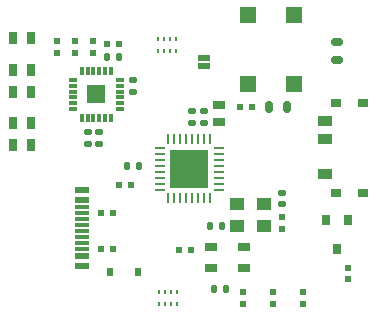
<source format=gtp>
G04*
G04 #@! TF.GenerationSoftware,Altium Limited,Altium Designer,23.8.1 (32)*
G04*
G04 Layer_Color=8421504*
%FSLAX43Y43*%
%MOMM*%
G71*
G04*
G04 #@! TF.SameCoordinates,8A790615-D0E5-43D8-8956-367088579B57*
G04*
G04*
G04 #@! TF.FilePolarity,Positive*
G04*
G01*
G75*
%ADD21R,0.280X0.900*%
%ADD22R,0.900X0.280*%
%ADD23R,3.250X3.250*%
G04:AMPARAMS|DCode=24|XSize=0.5mm|YSize=0.6mm|CornerRadius=0.125mm|HoleSize=0mm|Usage=FLASHONLY|Rotation=0.000|XOffset=0mm|YOffset=0mm|HoleType=Round|Shape=RoundedRectangle|*
%AMROUNDEDRECTD24*
21,1,0.500,0.350,0,0,0.0*
21,1,0.250,0.600,0,0,0.0*
1,1,0.250,0.125,-0.175*
1,1,0.250,-0.125,-0.175*
1,1,0.250,-0.125,0.175*
1,1,0.250,0.125,0.175*
%
%ADD24ROUNDEDRECTD24*%
G04:AMPARAMS|DCode=25|XSize=0.7mm|YSize=1mm|CornerRadius=0.175mm|HoleSize=0mm|Usage=FLASHONLY|Rotation=270.000|XOffset=0mm|YOffset=0mm|HoleType=Round|Shape=RoundedRectangle|*
%AMROUNDEDRECTD25*
21,1,0.700,0.650,0,0,270.0*
21,1,0.350,1.000,0,0,270.0*
1,1,0.350,-0.325,-0.175*
1,1,0.350,-0.325,0.175*
1,1,0.350,0.325,0.175*
1,1,0.350,0.325,-0.175*
%
%ADD25ROUNDEDRECTD25*%
G04:AMPARAMS|DCode=26|XSize=0.5mm|YSize=0.6mm|CornerRadius=0.125mm|HoleSize=0mm|Usage=FLASHONLY|Rotation=270.000|XOffset=0mm|YOffset=0mm|HoleType=Round|Shape=RoundedRectangle|*
%AMROUNDEDRECTD26*
21,1,0.500,0.350,0,0,270.0*
21,1,0.250,0.600,0,0,270.0*
1,1,0.250,-0.175,-0.125*
1,1,0.250,-0.175,0.125*
1,1,0.250,0.175,0.125*
1,1,0.250,0.175,-0.125*
%
%ADD26ROUNDEDRECTD26*%
G04:AMPARAMS|DCode=27|XSize=0.7mm|YSize=1mm|CornerRadius=0.175mm|HoleSize=0mm|Usage=FLASHONLY|Rotation=0.000|XOffset=0mm|YOffset=0mm|HoleType=Round|Shape=RoundedRectangle|*
%AMROUNDEDRECTD27*
21,1,0.700,0.650,0,0,0.0*
21,1,0.350,1.000,0,0,0.0*
1,1,0.350,0.175,-0.325*
1,1,0.350,-0.175,-0.325*
1,1,0.350,-0.175,0.325*
1,1,0.350,0.175,0.325*
%
%ADD27ROUNDEDRECTD27*%
%ADD28R,1.300X1.100*%
%ADD29R,1.150X0.300*%
%ADD30R,1.150X0.600*%
%ADD31R,0.650X0.950*%
%ADD32R,1.000X0.800*%
%ADD33R,0.700X1.000*%
%ADD34R,0.600X0.800*%
%ADD35R,0.930X0.800*%
%ADD36R,1.250X0.900*%
%ADD37R,1.000X0.500*%
%ADD38R,1.400X1.400*%
%ADD39R,0.500X0.600*%
G04:AMPARAMS|DCode=40|XSize=0.25mm|YSize=0.4mm|CornerRadius=0.063mm|HoleSize=0mm|Usage=FLASHONLY|Rotation=0.000|XOffset=0mm|YOffset=0mm|HoleType=Round|Shape=RoundedRectangle|*
%AMROUNDEDRECTD40*
21,1,0.250,0.275,0,0,0.0*
21,1,0.125,0.400,0,0,0.0*
1,1,0.125,0.063,-0.138*
1,1,0.125,-0.063,-0.138*
1,1,0.125,-0.063,0.138*
1,1,0.125,0.063,0.138*
%
%ADD40ROUNDEDRECTD40*%
%ADD41R,0.600X0.500*%
%ADD42R,1.000X0.700*%
%ADD43R,0.800X0.300*%
%ADD44R,0.300X0.800*%
%ADD45R,1.500X1.500*%
D21*
X14800Y12500D02*
D03*
X15300D02*
D03*
X15800D02*
D03*
X16300D02*
D03*
X16800D02*
D03*
X17300D02*
D03*
X17800D02*
D03*
X18300D02*
D03*
Y17500D02*
D03*
X17800D02*
D03*
X17300D02*
D03*
X16800D02*
D03*
X16300D02*
D03*
X15800D02*
D03*
X15300D02*
D03*
X14800D02*
D03*
D22*
X19050Y13250D02*
D03*
Y13750D02*
D03*
Y14250D02*
D03*
Y14750D02*
D03*
Y15250D02*
D03*
Y15750D02*
D03*
Y16250D02*
D03*
Y16750D02*
D03*
X14050D02*
D03*
Y16250D02*
D03*
Y15750D02*
D03*
Y15250D02*
D03*
Y14750D02*
D03*
Y14250D02*
D03*
Y13750D02*
D03*
Y13250D02*
D03*
D23*
X16550Y15000D02*
D03*
D24*
X19700Y4800D02*
D03*
X18700D02*
D03*
X9600Y24500D02*
D03*
X10600D02*
D03*
X11300Y15220D02*
D03*
X12300D02*
D03*
X19300Y10200D02*
D03*
X18300D02*
D03*
D25*
X29100Y25750D02*
D03*
Y24250D02*
D03*
D26*
X11780Y21550D02*
D03*
Y22550D02*
D03*
X8950Y18100D02*
D03*
Y17100D02*
D03*
X7975Y18100D02*
D03*
Y17100D02*
D03*
X24400Y12000D02*
D03*
Y13000D02*
D03*
X17800Y18900D02*
D03*
Y19900D02*
D03*
X16800Y18900D02*
D03*
Y19900D02*
D03*
D27*
X23300Y20200D02*
D03*
X24800D02*
D03*
D28*
X20600Y12000D02*
D03*
Y10200D02*
D03*
X22900D02*
D03*
Y12000D02*
D03*
D29*
X7487Y8750D02*
D03*
Y9750D02*
D03*
Y10250D02*
D03*
Y11250D02*
D03*
Y8250D02*
D03*
Y11750D02*
D03*
Y9250D02*
D03*
Y10750D02*
D03*
D30*
Y13200D02*
D03*
Y6800D02*
D03*
Y7600D02*
D03*
Y12400D02*
D03*
D31*
X29050Y8180D02*
D03*
X28100Y10650D02*
D03*
X30000D02*
D03*
D32*
X21200Y6600D02*
D03*
X18400D02*
D03*
X21200Y8400D02*
D03*
X18400D02*
D03*
D33*
X1650Y26055D02*
D03*
X3150D02*
D03*
Y23350D02*
D03*
X1650D02*
D03*
X3150Y21550D02*
D03*
X1650D02*
D03*
Y18850D02*
D03*
X3150D02*
D03*
X1650Y17050D02*
D03*
X3150D02*
D03*
D34*
X12200Y6300D02*
D03*
X9850D02*
D03*
D35*
X28965Y20600D02*
D03*
X31235D02*
D03*
X28965Y13000D02*
D03*
X31235D02*
D03*
D36*
X28025Y14550D02*
D03*
Y19050D02*
D03*
Y17550D02*
D03*
D37*
X17800Y23700D02*
D03*
Y24400D02*
D03*
D38*
X21550Y28000D02*
D03*
Y22200D02*
D03*
X25450Y28000D02*
D03*
Y22200D02*
D03*
D39*
X16700Y8100D02*
D03*
X15700D02*
D03*
X10600Y25550D02*
D03*
X9600D02*
D03*
X11650Y13600D02*
D03*
X10650D02*
D03*
X10100Y8250D02*
D03*
X9100D02*
D03*
X10100Y11250D02*
D03*
X9100D02*
D03*
X21850Y20200D02*
D03*
X20850D02*
D03*
D40*
X13900Y26000D02*
D03*
X14400D02*
D03*
X14900D02*
D03*
X15400D02*
D03*
X13900Y24998D02*
D03*
X14400Y24998D02*
D03*
X14900D02*
D03*
X15400D02*
D03*
X14000Y4602D02*
D03*
X14500D02*
D03*
X15000D02*
D03*
X15500D02*
D03*
X14000Y3600D02*
D03*
X14500Y3600D02*
D03*
X15000D02*
D03*
X15500D02*
D03*
D41*
X26160D02*
D03*
Y4600D02*
D03*
X23620Y3600D02*
D03*
Y4600D02*
D03*
X21080Y3600D02*
D03*
Y4600D02*
D03*
X30000Y5650D02*
D03*
Y6650D02*
D03*
X6900Y24850D02*
D03*
Y25850D02*
D03*
X8400Y24850D02*
D03*
Y25850D02*
D03*
X5400Y24850D02*
D03*
Y25850D02*
D03*
X24400Y9900D02*
D03*
Y10900D02*
D03*
D42*
X19050Y20450D02*
D03*
Y18950D02*
D03*
D43*
X6700Y22550D02*
D03*
Y22050D02*
D03*
Y21550D02*
D03*
Y21050D02*
D03*
Y20550D02*
D03*
Y20050D02*
D03*
X10700D02*
D03*
Y20550D02*
D03*
Y21050D02*
D03*
Y21550D02*
D03*
Y22050D02*
D03*
Y22550D02*
D03*
D44*
X7450Y19300D02*
D03*
X7950D02*
D03*
X8450D02*
D03*
X8950D02*
D03*
X9450D02*
D03*
X9950D02*
D03*
Y23300D02*
D03*
X9450D02*
D03*
X8950D02*
D03*
X8450D02*
D03*
X7950D02*
D03*
X7450D02*
D03*
D45*
X8700Y21300D02*
D03*
M02*

</source>
